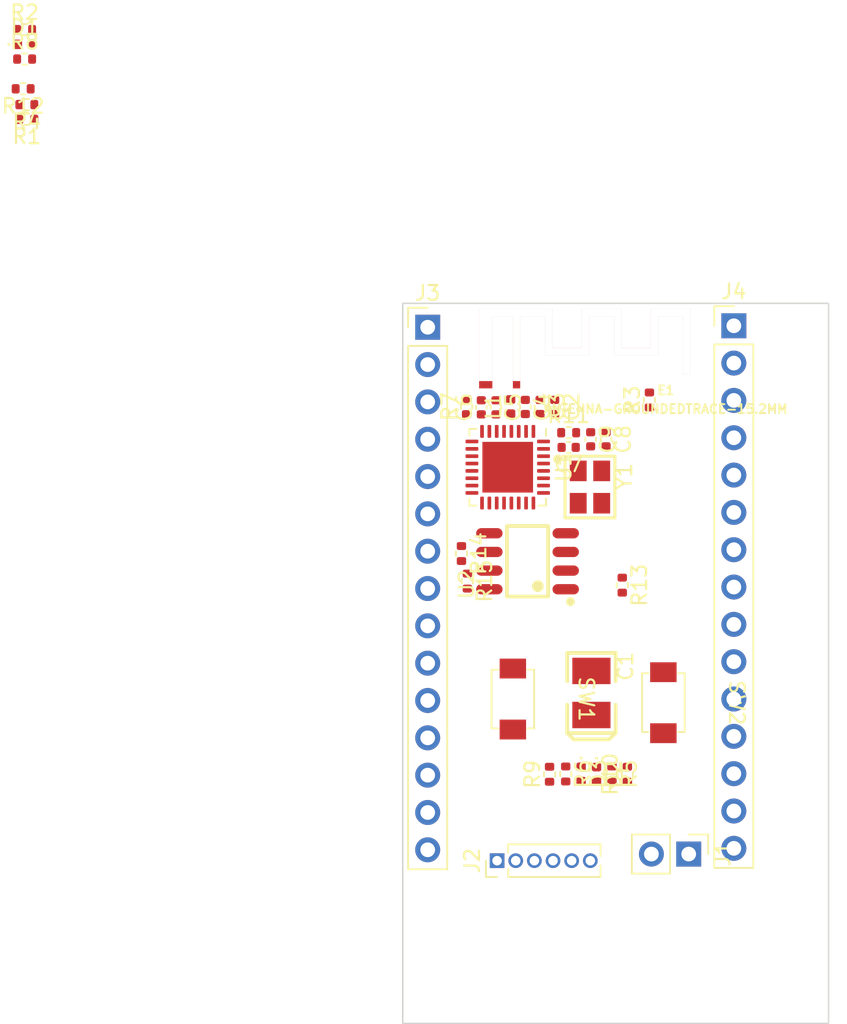
<source format=kicad_pcb>
(kicad_pcb (version 20211014) (generator pcbnew)
  (layers (0 "F.Cu" signal) (1 "In1.Cu" signal) (2 "In2.Cu" signal) (31 "B.Cu" signal) (34 "B.Paste" user) (35 "F.Paste" user) (36 "B.SilkS" user "B.Silkscreen") (37 "F.SilkS" user "F.Silkscreen") (38 "B.Mask" user) (39 "F.Mask" user) (44 "Edge.Cuts" user))
  (net 0 "")
  (net 1 "+3V3")
  (net 2 "GND")
  (net 3 "Net-(C5-Pad1)")
  (net 4 "Net-(C5-Pad2)")
  (net 5 "/RST")
  (net 6 "Net-(C8-Pad2)")
  (net 7 "Net-(C9-Pad2)")
  (net 8 "/GPIO16")
  (net 9 "Net-(D1-Pad2)")
  (net 10 "/TXD")
  (net 11 "Net-(D2-Pad2)")
  (net 12 "/RXD")
  (net 13 "Net-(D3-Pad2)")
  (net 14 "/GPIO0")
  (net 15 "/ADC_IN")
  (net 18 "/SD3{slash}CS")
  (net 19 "/SD2{slash}GPIO9")
  (net 20 "/SD1{slash}INT")
  (net 21 "/CMD{slash}MOSI")
  (net 22 "/SD0{slash}MISO")
  (net 23 "/SCLK")
  (net 24 "/CHIP_PU")
  (net 25 "/GPIO5")
  (net 26 "/GPIO4")
  (net 27 "/GPIO2")
  (net 28 "/MTMS")
  (net 29 "/MTDI")
  (net 30 "/MTCK")
  (net 31 "/MTDO")
  (net 32 "/RXD0")
  (net 33 "Net-(R3-Pad2)")
  (net 34 "Net-(R8-Pad2)")
  (net 35 "/nRST")
  (net 36 "Net-(R10-Pad2)")
  (net 37 "Net-(R13-Pad1)")
  (net 38 "Net-(R14-Pad1)")
  (net 39 "Net-(R15-Pad1)")
  (net 41 "/TXD0")
  (footprint "Resistor_SMD:R_0402_1005Metric" (layer "F.Cu") (at 127 137.8175 90)
    (fp_text reference "R9" (at 0 -1.17 90) (layer "F.SilkS"))
    (fp_text value "470")
    (fp_line (start -0.153641 0.38) (end 0.153641 0.38) (layer "F.SilkS") (width 0.12))
    (fp_line (start -0.153641 -0.38) (end 0.153641 -0.38) (layer "F.SilkS") (width 0.12))
    (pad "1" smd roundrect (at -0.51 0 90) (size 0.54 0.64) (layers "F.Cu" "F.Paste" "F.Mask") (net 35 "/nRST"))
    (pad "2" smd roundrect (at 0.51 0 90) (size 0.54 0.64) (layers "F.Cu" "F.Paste" "F.Mask") (net 34 "Net-(R8-Pad2)"))
  )
  (footprint "Inductor_SMD:L_0402_1005Metric" (layer "F.Cu") (at 124.35 112.8 90)
    (fp_text reference "L1" (at 0 -1.17 90) (layer "F.SilkS"))
    (fp_text value "1.5nH")
    (pad "1" smd roundrect (at -0.485 0 90) (size 0.59 0.64) (layers "F.Cu" "F.Paste" "F.Mask") (net 4 "Net-(C5-Pad2)"))
    (pad "2" smd roundrect (at 0.485 0 90) (size 0.59 0.64) (layers "F.Cu" "F.Paste" "F.Mask") (net 2 "GND"))
  )
  (footprint "Resistor_SMD:R_0402_1005Metric" (layer "F.Cu") (at 91.25 89.15)
    (fp_text reference "R8" (at 0 -1.17) (layer "F.SilkS"))
    (fp_text value "0")
    (fp_line (start -0.153641 0.38) (end 0.153641 0.38) (layer "F.SilkS") (width 0.12))
    (fp_line (start -0.153641 -0.38) (end 0.153641 -0.38) (layer "F.SilkS") (width 0.12))
    (pad "1" smd roundrect (at -0.51 0) (size 0.54 0.64) (layers "F.Cu" "F.Paste" "F.Mask") (net 8 "/GPIO16"))
    (pad "2" smd roundrect (at 0.51 0) (size 0.54 0.64) (layers "F.Cu" "F.Paste" "F.Mask") (net 34 "Net-(R8-Pad2)"))
  )
  (footprint "LED_SMD:LED_0402_1005Metric" (layer "F.Cu") (at 130.2 137.8175 -90)
    (fp_text reference "D2" (at 0 -1.17 90) (layer "F.SilkS"))
    (fp_text value "TXD")
    (fp_circle (center -1.09 0) (end -1.04 0) (layer "F.SilkS") (width 0.1) (fill none))
    (pad "1" smd roundrect (at -0.485 0 270) (size 0.59 0.64) (layers "F.Cu" "F.Paste" "F.Mask") (net 10 "/TXD"))
    (pad "2" smd roundrect (at 0.485 0 270) (size 0.59 0.64) (layers "F.Cu" "F.Paste" "F.Mask") (net 11 "Net-(D2-Pad2)"))
  )
  (footprint "Package_DFN_QFN:QFN-32-1EP_5x5mm_P0.5mm_EP3.45x3.45mm" (layer "F.Cu") (at 124.15 116.925 -90)
    (fp_text reference "U1" (at 0 -3.82 90) (layer "F.SilkS"))
    (fp_text value "ESP8266EX")
    (fp_line (start 2.61 2.61) (end 2.61 2.135) (layer "F.SilkS") (width 0.12))
    (fp_line (start 2.135 -2.61) (end 2.61 -2.61) (layer "F.SilkS") (width 0.12))
    (fp_line (start -2.135 -2.61) (end -2.61 -2.61) (layer "F.SilkS") (width 0.12))
    (fp_line (start 2.61 -2.61) (end 2.61 -2.135) (layer "F.SilkS") (width 0.12))
    (fp_line (start 2.135 2.61) (end 2.61 2.61) (layer "F.SilkS") (width 0.12))
    (fp_line (start -2.61 2.61) (end -2.61 2.135) (layer "F.SilkS") (width 0.12))
    (fp_line (start -2.135 2.61) (end -2.61 2.61) (layer "F.SilkS") (width 0.12))
    (pad "1" smd roundrect (at -2.4375 -1.75 270) (size 0.875 0.25) (layers "F.Cu" "F.Paste" "F.Mask") (net 1 "+3V3"))
    (pad "2" smd roundrect (at -2.4375 -1.25 270) (size 0.875 0.25) (layers "F.Cu" "F.Paste" "F.Mask") (net 4 "Net-(C5-Pad2)"))
    (pad "3" smd roundrect (at -2.4375 -0.75 270) (size 0.875 0.25) (layers "F.Cu" "F.Paste" "F.Mask") (net 1 "+3V3"))
    (pad "4" smd roundrect (at -2.4375 -0.25 270) (size 0.875 0.25) (layers "F.Cu" "F.Paste" "F.Mask") (net 1 "+3V3"))
    (pad "5" smd roundrect (at -2.4375 0.25 270) (size 0.875 0.25) (layers "F.Cu" "F.Paste" "F.Mask"))
    (pad "6" smd roundrect (at -2.4375 0.75 270) (size 0.875 0.25) (layers "F.Cu" "F.Paste" "F.Mask") (net 15 "/ADC_IN"))
    (pad "7" smd roundrect (at -2.4375 1.25 270) (size 0.875 0.25) (layers "F.Cu" "F.Paste" "F.Mask") (net 24 "/CHIP_PU"))
    (pad "8" smd roundrect (at -2.4375 1.75 270) (size 0.875 0.25) (layers "F.Cu" "F.Paste" "F.Mask") (net 8 "/GPIO16"))
    (pad "9" smd roundrect (at -1.75 2.4375 270) (size 0.25 0.875) (layers "F.Cu" "F.Paste" "F.Mask") (net 28 "/MTMS"))
    (pad "10" smd roundrect (at -1.25 2.4375 270) (size 0.25 0.875) (layers "F.Cu" "F.Paste" "F.Mask") (net 29 "/MTDI"))
    (pad "11" smd roundrect (at -0.75 2.4375 270) (size 0.25 0.875) (layers "F.Cu" "F.Paste" "F.Mask") (net 1 "+3V3"))
    (pad "12" smd roundrect (at -0.25 2.4375 270) (size 0.25 0.875) (layers "F.Cu" "F.Paste" "F.Mask") (net 30 "/MTCK"))
    (pad "13" smd roundrect (at 0.25 2.4375 270) (size 0.25 0.875) (layers "F.Cu" "F.Paste" "F.Mask") (net 31 "/MTDO"))
    (pad "14" smd roundrect (at 0.75 2.4375 270) (size 0.25 0.875) (layers "F.Cu" "F.Paste" "F.Mask") (net 27 "/GPIO2"))
    (pad "15" smd roundrect (at 1.25 2.4375 270) (size 0.25 0.875) (layers "F.Cu" "F.Paste" "F.Mask") (net 14 "/GPIO0"))
    (pad "16" smd roundrect (at 1.75 2.4375 270) (size 0.25 0.875) (layers "F.Cu" "F.Paste" "F.Mask") (net 26 "/GPIO4"))
    (pad "17" smd roundrect (at 2.4375 1.75 270) (size 0.875 0.25) (layers "F.Cu" "F.Paste" "F.Mask") (net 1 "+3V3"))
    (pad "18" smd roundrect (at 2.4375 1.25 270) (size 0.875 0.25) (layers "F.Cu" "F.Paste" "F.Mask") (net 19 "/SD2{slash}GPIO9"))
    (pad "19" smd roundrect (at 2.4375 0.75 270) (size 0.875 0.25) (layers "F.Cu" "F.Paste" "F.Mask") (net 18 "/SD3{slash}CS"))
    (pad "20" smd roundrect (at 2.4375 0.25 270) (size 0.875 0.25) (layers "F.Cu" "F.Paste" "F.Mask") (net 21 "/CMD{slash}MOSI"))
    (pad "21" smd roundrect (at 2.4375 -0.25 270) (size 0.875 0.25) (layers "F.Cu" "F.Paste" "F.Mask") (net 23 "/SCLK"))
    (pad "22" smd roundrect (at 2.4375 -0.75 270) (size 0.875 0.25) (layers "F.Cu" "F.Paste" "F.Mask") (net 22 "/SD0{slash}MISO"))
    (pad "23" smd roundrect (at 2.4375 -1.25 270) (size 0.875 0.25) (layers "F.Cu" "F.Paste" "F.Mask") (net 20 "/SD1{slash}INT"))
    (pad "24" smd roundrect (at 2.4375 -1.75 270) (size 0.875 0.25) (layers "F.Cu" "F.Paste" "F.Mask") (net 25 "/GPIO5"))
    (pad "25" smd roundrect (at 1.75 -2.4375 270) (size 0.25 0.875) (layers "F.Cu" "F.Paste" "F.Mask") (net 32 "/RXD0"))
    (pad "26" smd roundrect (at 1.25 -2.4375 270) (size 0.25 0.875) (layers "F.Cu" "F.Paste" "F.Mask") (net 41 "/TXD0"))
    (pad "27" smd roundrect (at 0.75 -2.4375 270) (size 0.25 0.875) (layers "F.Cu" "F.Paste" "F.Mask") (net 6 "Net-(C8-Pad2)"))
    (pad "28" smd roundrect (at 0.25 -2.4375 270) (size 0.25 0.875) (layers "F.Cu" "F.Paste" "F.Mask") (net 7 "Net-(C9-Pad2)"))
    (pad "29" smd roundrect (at -0.25 -2.4375 270) (size 0.25 0.875) (layers "F.Cu" "F.Paste" "F.Mask") (net 1 "+3V3"))
    (pad "30" smd roundrect (at -0.75 -2.4375 270) (size 0.25 0.875) (layers "F.Cu" "F.Paste" "F.Mask") (net 1 "+3V3"))
    (pad "31" smd roundrect (at -1.25 -2.4375 270) (size 0.25 0.875) (layers "F.Cu" "F.Paste" "F.Mask") (net 33 "Net-(R3-Pad2)"))
    (pad "32" smd roundrect (at -1.75 -2.4375 270) (size 0.25 0.875) (layers "F.Cu" "F.Paste" "F.Mask") (net 5 "/RST"))
    (pad "33" smd rect (at 0 0 270) (size 3.45 3.45) (layers "F.Cu" "F.Mask") (net 2 "GND"))
  )
  (footprint "Resistor_SMD:R_0402_1005Metric" (layer "F.Cu") (at 131.25 137.8 -90)
    (fp_text reference "R5" (at 0 -1.17 90) (layer "F.SilkS"))
    (fp_text value "1k")
    (fp_line (start -0.153641 0.38) (end 0.153641 0.38) (layer "F.SilkS") (width 0.12))
    (fp_line (start -0.153641 -0.38) (end 0.153641 -0.38) (layer "F.SilkS") (width 0.12))
    (pad "1" smd roundrect (at -0.51 0 270) (size 0.54 0.64) (layers "F.Cu" "F.Paste" "F.Mask") (net 1 "+3V3"))
    (pad "2" smd roundrect (at 0.51 0 270) (size 0.54 0.64) (layers "F.Cu" "F.Paste" "F.Mask") (net 11 "Net-(D2-Pad2)"))
  )
  (footprint "Capacitor_SMD:C_0402_1005Metric" (layer "F.Cu") (at 127.35 112.825 -90)
    (fp_text reference "C2" (at 0 -1.16 90) (layer "F.SilkS"))
    (fp_text value "1uF")
    (fp_line (start -0.107836 -0.36) (end 0.107836 -0.36) (layer "F.SilkS") (width 0.12))
    (fp_line (start -0.107836 0.36) (end 0.107836 0.36) (layer "F.SilkS") (width 0.12))
    (pad "1" smd roundrect (at -0.48 0 270) (size 0.56 0.62) (layers "F.Cu" "F.Paste" "F.Mask") (net 2 "GND"))
    (pad "2" smd roundrect (at 0.48 0 270) (size 0.56 0.62) (layers "F.Cu" "F.Paste" "F.Mask") (net 1 "+3V3"))
  )
  (footprint "Capacitor_SMD:C_0402_1005Metric" (layer "F.Cu") (at 128.3 115.575 180)
    (fp_text reference "C7" (at 0 -1.16) (layer "F.SilkS"))
    (fp_text value "470pf")
    (fp_line (start -0.107836 0.36) (end 0.107836 0.36) (layer "F.SilkS") (width 0.12))
    (fp_line (start -0.107836 -0.36) (end 0.107836 -0.36) (layer "F.SilkS") (width 0.12))
    (pad "1" smd roundrect (at -0.48 0 180) (size 0.56 0.62) (layers "F.Cu" "F.Paste" "F.Mask") (net 2 "GND"))
    (pad "2" smd roundrect (at 0.48 0 180) (size 0.56 0.62) (layers "F.Cu" "F.Paste" "F.Mask") (net 5 "/RST"))
  )
  (footprint "Resistor_SMD:R_0402_1005Metric" (layer "F.Cu") (at 128.3 114.575)
    (fp_text reference "R11" (at 0 -1.17) (layer "F.SilkS"))
    (fp_text value "12K")
    (fp_line (start -0.153641 -0.38) (end 0.153641 -0.38) (layer "F.SilkS") (width 0.12))
    (fp_line (start -0.153641 0.38) (end 0.153641 0.38) (layer "F.SilkS") (width 0.12))
    (pad "1" smd roundrect (at -0.51 0) (size 0.54 0.64) (layers "F.Cu" "F.Paste" "F.Mask") (net 5 "/RST"))
    (pad "2" smd roundrect (at 0.51 0) (size 0.54 0.64) (layers "F.Cu" "F.Paste" "F.Mask") (net 1 "+3V3"))
  )
  (footprint "Connector_PinHeader_2.54mm:PinHeader_1x15_P2.54mm_Vertical" (layer "F.Cu") (at 139.55 107.3)
    (fp_text reference "J4" (at 0 -2.33) (layer "F.SilkS"))
    (fp_text value "Conn_01x15_Female")
    (fp_line (start -1.33 0) (end -1.33 -1.33) (layer "F.SilkS") (width 0.12))
    (fp_line (start -1.33 36.89) (end 1.33 36.89) (layer "F.SilkS") (width 0.12))
    (fp_line (start -1.33 1.27) (end 1.33 1.27) (layer "F.SilkS") (width 0.12))
    (fp_line (start -1.33 1.27) (end -1.33 36.89) (layer "F.SilkS") (width 0.12))
    (fp_line (start -1.33 -1.33) (end 0 -1.33) (layer "F.SilkS") (width 0.12))
    (fp_line (start 1.33 1.27) (end 1.33 36.89) (layer "F.SilkS") (width 0.12))
    (pad "1" thru_hole rect (at 0 0) (size 1.7 1.7) (drill 1) (layers *.Cu *.Mask) (net 8 "/GPIO16"))
    (pad "2" thru_hole oval (at 0 2.54) (size 1.7 1.7) (drill 1) (layers *.Cu *.Mask) (net 25 "/GPIO5"))
    (pad "3" thru_hole oval (at 0 5.08) (size 1.7 1.7) (drill 1) (layers *.Cu *.Mask) (net 26 "/GPIO4"))
    (pad "4" thru_hole oval (at 0 7.62) (size 1.7 1.7) (drill 1) (layers *.Cu *.Mask) (net 14 "/GPIO0"))
    (pad "5" thru_hole oval (at 0 10.16) (size 1.7 1.7) (drill 1) (layers *.Cu *.Mask) (net 27 "/GPIO2"))
    (pad "6" thru_hole oval (at 0 12.7) (size 1.7 1.7) (drill 1) (layers *.Cu *.Mask) (net 2 "GND"))
    (pad "7" thru_hole oval (at 0 15.24) (size 1.7 1.7) (drill 1) (layers *.Cu *.Mask) (net 1 "+3V3"))
    (pad "8" thru_hole oval (at 0 17.78) (size 1.7 1.7) (drill 1) (layers *.Cu *.Mask) (net 28 "/MTMS"))
    (pad "9" thru_hole oval (at 0 20.32) (size 1.7 1.7) (drill 1) (layers *.Cu *.Mask) (net 29 "/MTDI"))
    (pad "10" thru_hole oval (at 0 22.86) (size 1.7 1.7) (drill 1) (layers *.Cu *.Mask) (net 30 "/MTCK"))
    (pad "11" thru_hole oval (at 0 25.4) (size 1.7 1.7) (drill 1) (layers *.Cu *.Mask) (net 31 "/MTDO"))
    (pad "12" thru_hole oval (at 0 27.94) (size 1.7 1.7) (drill 1) (layers *.Cu *.Mask) (net 32 "/RXD0"))
    (pad "13" thru_hole oval (at 0 30.48) (size 1.7 1.7) (drill 1) (layers *.Cu *.Mask) (net 41 "/TXD0"))
    (pad "14" thru_hole oval (at 0 33.02) (size 1.7 1.7) (drill 1) (layers *.Cu *.Mask) (net 2 "GND"))
    (pad "15" thru_hole oval (at 0 35.56) (size 1.7 1.7) (drill 1) (layers *.Cu *.Mask) (net 1 "+3V3"))
  )
  (footprint "RF1:TRACE_ANTENNA_2.4GHZ_15.2MM" (layer "F.Cu") (at 124.75039 111.0622)
    (fp_text reference "E1" (at 10.16 0.635) (layer "F.SilkS") (effects (font (size 0.6096 0.6096) (thickness 0.127))))
    (fp_text value "ANTENNA-GROUNDEDTRACE-15.2MM" (at 10.16 1.905) (layer "F.SilkS") (effects (font (size 0.6096 0.6096) (thickness 0.127))))
    (fp_line (start 4.44754 -2.25806) (end 4.44754 -4.89966) (layer "F.Cu") (width 0.00254))
    (fp_line (start 2.44856 -4.89966) (end 2.44856 -2.25806) (layer "F.Cu") (width 0.00254))
    (fp_line (start 1.94818 -1.75768) (end 1.94818 -4.39928) (layer "F.Cu") (width 0.00254))
    (fp_line (start 1.94818 -4.39928) (end 0.24892 -4.39928) (layer "F.Cu") (width 0.00254))
    (fp_line (start 4.94792 -4.39928) (end 4.94792 -1.75768) (layer "F.Cu") (width 0.00254))
    (fp_line (start 7.14756 -4.89966) (end 7.14756 -2.25806) (layer "F.Cu") (width 0.00254))
    (fp_line (start 11.34872 -0.45974) (end 11.34872 -4.39928) (layer "F.Cu") (width 0.00254))
    (fp_line (start -1.64846 -4.39928) (end -1.64846 0.49784) (layer "F.Cu") (width 0.00254))
    (fp_line (start 11.8491 -0.45974) (end 11.34872 -0.45974) (layer "F.Cu") (width 0.00254))
    (fp_line (start 11.34872 -4.39928) (end 9.64946 -4.39928) (layer "F.Cu") (width 0.00254))
    (fp_line (start 6.64972 -4.39928) (end 4.94792 -4.39928) (layer "F.Cu") (width 0.00254))
    (fp_line (start 6.64972 -1.75768) (end 6.64972 -4.39928) (layer "F.Cu") (width 0.00254))
    (fp_line (start -1.64846 0.49784) (end -2.54762 0.49784) (layer "F.Cu") (width 0.00254))
    (fp_line (start 9.64946 -4.39928) (end 9.64946 -1.75768) (layer "F.Cu") (width 0.00254))
    (fp_line (start 0.24892 0.49784) (end -0.24892 0.49784) (layer "F.Cu") (width 0.00254))
    (fp_line (start 9.64946 -1.75768) (end 6.64972 -1.75768) (layer "F.Cu") (width 0.00254))
    (fp_line (start 7.14756 -2.25806) (end 9.14908 -2.25806) (layer "F.Cu") (width 0.00254))
    (fp_line (start 0.24892 -4.39928) (end 0.24892 0.49784) (layer "F.Cu") (width 0.00254))
    (fp_line (start 4.94792 -1.75768) (end 1.94818 -1.75768) (layer "F.Cu") (width 0.00254))
    (fp_line (start 9.14908 -4.89966) (end 11.8491 -4.89966) (layer "F.Cu") (width 0.00254))
    (fp_line (start -0.24892 -4.39928) (end -1.64846 -4.39928) (layer "F.Cu") (width 0.00254))
    (fp_line (start 2.44856 -2.25806) (end 4.44754 -2.25806) (layer "F.Cu") (width 0.00254))
    (fp_line (start 11.8491 -4.89966) (end 11.8491 -0.45974) (layer "F.Cu") (width 0.00254))
    (fp_line (start 4.44754 -4.89966) (end 7.14756 -4.89966) (layer "F.Cu") (width 0.00254))
    (fp_line (start -0.24892 0.49784) (end -0.24892 -4.39928) (layer "F.Cu") (width 0.00254))
    (fp_line (start -2.54762 0.49784) (end -2.54762 -4.89966) (layer "F.Cu") (width 0.00254))
    (fp_line (start 9.14908 -2.25806) (end 9.14908 -4.89966) (layer "F.Cu") (width 0.00254))
    (fp_line (start -2.54762 -4.89966) (end 2.44856 -4.89966) (layer "F.Cu") (width 0.00254))
    (pad "ANT" smd rect locked (at 0 0.24892) (size 0.49784 0.49784) (layers "F.Cu" "F.Paste" "F.Mask") (net 3 "Net-(C5-Pad1)"))
    (pad "GND" smd rect locked (at -2.09804 0.24892) (size 0.89916 0.49784) (layers "F.Cu" "F.Paste" "F.Mask") (net 2 "GND"))
  )
  (footprint "Resistor_SMD:R_0402_1005Metric" (layer "F.Cu") (at 121 122.8 -90)
    (fp_text reference "R14" (at 0 -1.17 90) (layer "F.SilkS"))
    (fp_text value "10K")
    (fp_line (start -0.153641 0.38) (end 0.153641 0.38) (layer "F.SilkS") (width 0.12))
    (fp_line (start -0.153641 -0.38) (end 0.153641 -0.38) (layer "F.SilkS") (width 0.12))
    (pad "1" smd roundrect (at -0.51 0 270) (size 0.54 0.64) (layers "F.Cu" "F.Paste" "F.Mask") (net 38 "Net-(R14-Pad1)"))
    (pad "2" smd roundrect (at 0.51 0 270) (size 0.54 0.64) (layers "F.Cu" "F.Paste" "F.Mask") (net 1 "+3V3"))
  )
  (footprint "My-lib:Button_SMD,3x4x2mm" (layer "F.Cu") (at 134.75 132.95 -90)
    (fp_text reference "SW2" (at 0 -5 -90 unlocked) (layer "F.SilkS"))
    (fp_text value "Flash")
    (fp_line (start 2 1) (end 2 1.45) (layer "F.SilkS") (width 0.12))
    (fp_line (start -2 -1) (end -2 -1.45) (layer "F.SilkS") (width 0.12))
    (fp_line (start 2 1.45) (end -2 1.45) (layer "F.SilkS") (width 0.12))
    (fp_line (start 2 -1.45) (end 2 -1) (layer "F.SilkS") (width 0.12))
    (fp_line (start -2 -1.45) (end 2 -1.45) (layer "F.SilkS") (width 0.12))
    (fp_line (start -2 1.45) (end -2 1) (layer "F.SilkS") (width 0.12))
    (pad "1" smd rect (at -2.075 0 270) (size 1.35 1.8) (property pad_prop_bga) (layers "F.Cu" "F.Paste" "F.Mask") (net 36 "Net-(R10-Pad2)"))
    (pad "2" smd rect (at 2.075 0 270) (size 1.35 1.8) (property pad_prop_bga) (layers "F.Cu" "F.Paste" "F.Mask") (net 2 "GND"))
  )
  (footprint "Resistor_SMD:R_0402_1005Metric" (layer "F.Cu") (at 131.95 124.95 -90)
    (fp_text reference "R13" (at 0 -1.17 90) (layer "F.SilkS"))
    (fp_text value "10K")
    (fp_line (start -0.153641 0.38) (end 0.153641 0.38) (layer "F.SilkS") (width 0.12))
    (fp_line (start -0.153641 -0.38) (end 0.153641 -0.38) (layer "F.SilkS") (width 0.12))
    (pad "1" smd roundrect (at -0.51 0 270) (size 0.54 0.64) (layers "F.Cu" "F.Paste" "F.Mask") (net 37 "Net-(R13-Pad1)"))
    (pad "2" smd roundrect (at 0.51 0 270) (size 0.54 0.64) (layers "F.Cu" "F.Paste" "F.Mask") (net 1 "+3V3"))
  )
  (footprint "Capacitor_SMD:C_0402_1005Metric" (layer "F.Cu") (at 126.35 112.825 -90)
    (fp_text reference "C3" (at 0 -1.16 90) (layer "F.SilkS"))
    (fp_text value "10uF")
    (fp_line (start -0.107836 0.36) (end 0.107836 0.36) (layer "F.SilkS") (width 0.12))
    (fp_line (start -0.107836 -0.36) (end 0.107836 -0.36) (layer "F.SilkS") (width 0.12))
    (pad "1" smd roundrect (at -0.48 0 270) (size 0.56 0.62) (layers "F.Cu" "F.Paste" "F.Mask") (net 2 "GND"))
    (pad "2" smd roundrect (at 0.48 0 270) (size 0.56 0.62) (layers "F.Cu" "F.Paste" "F.Mask") (net 1 "+3V3"))
  )
  (footprint "Resistor_SMD:R_0402_1005Metric" (layer "F.Cu") (at 133.8 112.35 90)
    (fp_text reference "R3" (at 0 -1.17 90) (layer "F.SilkS"))
    (fp_text value "12K")
    (fp_line (start -0.153641 0.38) (end 0.153641 0.38) (layer "F.SilkS") (width 0.12))
    (fp_line (start -0.153641 -0.38) (end 0.153641 -0.38) (layer "F.SilkS") (width 0.12))
    (pad "1" smd roundrect (at -0.51 0 90) (size 0.54 0.64) (layers "F.Cu" "F.Paste" "F.Mask") (net 2 "GND"))
    (pad "2" smd roundrect (at 0.51 0 90) (size 0.54 0.64) (layers "F.Cu" "F.Paste" "F.Mask") (net 33 "Net-(R3-Pad2)"))
  )
  (footprint "lc_lib:CASE-B_3528" (layer "F.Cu") (at 129.85 132.2875 -90)
    (fp_text reference "C1" (at -1.800219 -2.326276 90) (layer "F.SilkS"))
    (fp_text value "100uf")
    (fp_line (start -2.727 1.65) (end -0.8 1.65) (layer "F.SilkS") (width 0.254))
    (fp_line (start -2.727 -1.65) (end -0.8 -1.65) (layer "F.SilkS") (width 0.254))
    (fp_line (start 2.727 1.65) (end 3.163 1.2) (layer "F.SilkS") (width 0.254))
    (fp_line (start -2.727 1.65) (end -2.727 -1.65) (layer "F.SilkS") (width 0.254))
    (fp_line (start 0.8 -1.65) (end 2.727 -1.65) (layer "F.SilkS") (width 0.254))
    (fp_line (start 2.727 1.65) (end 2.727 -1.65) (layer "F.SilkS") (width 0.254))
    (fp_line (start 2.727 -1.65) (end 3.163 -1.2) (layer "F.SilkS") (width 0.254))
    (fp_line (start 0.8 1.65) (end 2.727 1.65) (layer "F.SilkS") (width 0.254))
    (fp_line (start 3.163 1.2) (end 3.163 -1.2) (layer "F.SilkS") (width 0.254))
    (pad "1" smd rect locked (at 1.5 0 90) (size 1.8 2.6) (layers "F.Cu" "F.Paste" "F.Mask") (net 1 "+3V3"))
    (pad "2" smd rect locked (at -1.5 0 90) (size 1.8 2.6) (layers "F.Cu" "F.Paste" "F.Mask") (net 2 "GND"))
  )
  (footprint "Capacitor_SMD:C_0402_1005Metric" (layer "F.Cu") (at 129.8 115.025 -90)
    (fp_text reference "C9" (at 0 -1.16 90) (layer "F.SilkS"))
    (fp_text value "10pF")
    (fp_line (start -0.107836 0.36) (end 0.107836 0.36) (layer "F.SilkS") (width 0.12))
    (fp_line (start -0.107836 -0.36) (end 0.107836 -0.36) (layer "F.SilkS") (width 0.12))
    (pad "1" smd roundrect (at -0.48 0 270) (size 0.56 0.62) (layers "F.Cu" "F.Paste" "F.Mask") (net 2 "GND"))
    (pad "2" smd roundrect (at 0.48 0 270) (size 0.56 0.62) (layers "F.Cu" "F.Paste" "F.Mask") (net 7 "Net-(C9-Pad2)"))
  )
  (footprint "lc_lib:SOP-8_150MIL" (layer "F.Cu") (at 125.5 123.325 90)
    (fp_text reference "U2" (at -1.573619 -4.150876 90) (layer "F.SilkS"))
    (fp_text value "Flash_SOP-8_150mil")
    (fp_line (start -2.4 1.4) (end -2.4 -1.4) (layer "F.SilkS") (width 0.254))
    (fp_line (start -2.4 -1.4) (end 2.4 -1.4) (layer "F.SilkS") (width 0.254))
    (fp_line (start 2.4 1.4) (end 2.4 -1.4) (layer "F.SilkS") (width 0.254))
    (fp_line (start -2.4 1.4) (end 2.4 1.4) (layer "F.SilkS") (width 0.254))
    (fp_circle (center -2.75 2.925) (end -2.6 2.925) (layer "F.SilkS") (width 0.3) (fill none))
    (fp_circle (center -1.7 0.7) (end -1.5 0.7) (layer "F.SilkS") (width 0.4) (fill none))
    (pad "1" smd oval locked (at -1.905 2.6 270) (size 0.7 1.8) (layers "F.Cu" "F.Paste" "F.Mask") (net 37 "Net-(R13-Pad1)"))
    (pad "2" smd oval locked (at -0.635 2.6 270) (size 0.7 1.8) (layers "F.Cu" "F.Paste" "F.Mask") (net 30 "/MTCK"))
    (pad "3" smd oval locked (at 0.635 2.6 270) (size 0.7 1.8) (layers "F.Cu" "F.Paste" "F.Mask") (net 29 "/MTDI"))
    (pad "4" smd oval locked (at 1.905 2.6 270) (size 0.7 1.8) (layers "F.Cu" "F.Paste" "F.Mask") (net 2 "GND"))
    (pad "5" smd oval locked (at 1.905 -2.6 270) (size 0.7 1.8) (layers "F.Cu" "F.Paste" "F.Mask") (net 38 "Net-(R14-Pad1)"))
    (pad "6" smd oval locked (at 0.635 -2.6 270) (size 0.7 1.8) (layers "F.Cu" "F.Paste" "F.Mask") (net 31 "/MTDO"))
    (pad "7" smd oval locked (at -0.635 -2.6 270) (size 0.7 1.8) (layers "F.Cu" "F.Paste" "F.Mask") (net 39 "Net-(R15-Pad1)"))
    (pad "8" smd oval locked (at -1.905 -2.6 270) (size 0.7 1.8) (layers "F.Cu" "F.Paste" "F.Mask") (net 1 "+3V3"))
  )
  (footprint "Connector_PinHeader_1.27mm:PinHeader_1x06_P1.27mm_Vertical" (layer "F.Cu") (at 123.425 143.7 90)
    (fp_text reference "J2" (at 0 -1.695 90) (layer "F.SilkS"))
    (fp_text value "TTL")
    (fp_line (start -1.11 0.76) (end -0.563471 0.76) (layer "F.SilkS") (width 0.12))
    (fp_line (start 0.30753 7.045) (end 1.11 7.045) (layer "F.SilkS") (width 0.12))
    (fp_line (start 0.563471 0.76) (end 1.11 0.76) (layer "F.SilkS") (width 0.12))
    (fp_line (start -1.11 0.76) (end -1.11 7.045) (layer "F.SilkS") (width 0.12))
    (fp_line (start -1.11 7.045) (end -0.30753 7.045) (layer "F.SilkS") (width 0.12))
    (fp_line (start -1.11 0) (end -1.11 -0.76) (layer "F.SilkS") (width 0.12))
    (fp_line (start 1.11 0.76) (end 1.11 7.045) (layer "F.SilkS") (width 0.12))
    (fp_line (start -1.11 -0.76) (end 0 -0.76) (layer "F.SilkS") (width 0.12))
    (pad "1" thru_hole rect (at 0 0 90) (size 1 1) (drill 0.65) (layers *.Cu *.Mask) (net 1 "+3V3"))
    (pad "2" thru_hole oval (at 0 1.27 90) (size 1 1) (drill 0.65) (layers *.Cu *.Mask) (net 2 "GND"))
    (pad "3" thru_hole oval (at 0 2.54 90) (size 1 1) (drill 0.65) (layers *.Cu *.Mask) (net 5 "/RST"))
    (pad "4" thru_hole oval (at 0 3.81 90) (size 1 1) (drill 0.65) (layers *.Cu *.Mask) (net 14 "/GPIO0"))
    (pad "5" thru_hole oval (at 0 5.08 90) (size 1 1) (drill 0.65) (layers *.Cu *.Mask) (net 10 "/TXD"))
    (pad "6" thru_hole oval (at 0 6.35 90) (size 1 1) (drill 0.65) (layers *.Cu *.Mask) (net 12 "/RXD"))
  )
  (footprint "LED_SMD:LED_0402_1005Metric" (layer "F.Cu") (at 129.15 137.8 -90)
    (fp_text reference "D3" (at 0 -1.17 90) (layer "F.SilkS"))
    (fp_text value "RXD")
    (fp_circle (center -1.09 0) (end -1.04 0) (layer "F.SilkS") (width 0.1) (fill none))
    (pad "1" smd roundrect (at -0.485 0 270) (size 0.59 0.64) (layers "F.Cu" "F.Paste" "F.Mask") (net 12 "/RXD"))
    (pad "2" smd roundrect (at 0.485 0 270) (size 0.59 0.64) (layers "F.Cu" "F.Paste" "F.Mask") (net 13 "Net-(D3-Pad2)"))
  )
  (footprint "Capacitor_SMD:C_0402_1005Metric" (layer "F.Cu") (at 130.85 115.025 -90)
    (fp_text reference "C8" (at 0 -1.16 90) (layer "F.SilkS"))
    (fp_text value "10pF")
    (fp_line (start -0.107836 -0.36) (end 0.107836 -0.36) (layer "F.SilkS") (width 0.12))
    (fp_line (start -0.107836 0.36) (end 0.107836 0.36) (layer "F.SilkS") (width 0.12))
    (pad "1" smd roundrect (at -0.48 0 270) (size 0.56 0.62) (layers "F.Cu" "F.Paste" "F.Mask") (net 2 "GND"))
    (pad "2" smd roundrect (at 0.48 0 270) (size 0.56 0.62) (layers "F.Cu" "F.Paste" "F.Mask") (net 6 "Net-(C8-Pad2)"))
  )
  (footprint "LED_SMD:LED_0402_1005Metric" (layer "F.Cu") (at 91.2675 88.15)
    (fp_text reference "D1" (at 0 -1.17) (layer "F.SilkS"))
    (fp_text value "3.3")
    (fp_circle (center -1.09 0) (end -1.04 0) (layer "F.SilkS") (width 0.1) (fill none))
    (pad "1" smd roundrect (at -0.485 0) (size 0.59 0.64) (layers "F.Cu" "F.Paste" "F.Mask") (net 8 "/GPIO16"))
    (pad "2" smd roundrect (at 0.485 0) (size 0.59 0.64) (layers "F.Cu" "F.Paste" "F.Mask") (net 9 "Net-(D1-Pad2)"))
  )
  (footprint "Resistor_SMD:R_0402_1005Metric" (layer "F.Cu") (at 91.4 92.25 180)
    (fp_text reference "R4" (at 0 -1.17) (layer "F.SilkS"))
    (fp_text value "12K")
    (fp_line (start -0.153641 0.38) (end 0.153641 0.38) (layer "F.SilkS") (width 0.12))
    (fp_line (start -0.153641 -0.38) (end 0.153641 -0.38) (layer "F.SilkS") (width 0.12))
    (pad "1" smd roundrect (at -0.51 0 180) (size 0.54 0.64) (layers "F.Cu" "F.Paste" "F.Mask") (net 27 "/GPIO2"))
    (pad "2" smd roundrect (at 0.51 0 180) (size 0.54 0.64) (layers "F.Cu" "F.Paste" "F.Mask") (net 1 "+3V3"))
  )
  (footprint "Resistor_SMD:R_0402_1005Metric" (layer "F.Cu") (at 121.4 124.675 -90)
    (fp_text reference "R15" (at 0 -1.17 90) (layer "F.SilkS"))
    (fp_text value "50")
    (fp_line (start -0.153641 0.38) (end 0.153641 0.38) (layer "F.SilkS") (width 0.12))
    (fp_line (start -0.153641 -0.38) (end 0.153641 -0.38) (layer "F.SilkS") (width 0.12))
    (pad "1" smd roundrect (at -0.51 0 270) (size 0.54 0.64) (layers "F.Cu" "F.Paste" "F.Mask") (net 39 "Net-(R15-Pad1)"))
    (pad "2" smd roundrect (at 0.51 0 270) (size 0.54 0.64) (layers "F.Cu" "F.Paste" "F.Mask") (net 28 "/MTMS"))
  )
  (footprint "Capacitor_SMD:C_0402_1005Metric" (layer "F.Cu") (at 123.35 112.85 -90)
    (fp_text reference "C5" (at 0 -1.16 90) (layer "F.SilkS"))
    (fp_text value "8.2pF")
    (fp_line (start -0.107836 -0.36) (end 0.107836 -0.36) (layer "F.SilkS") (width 0.12))
    (fp_line (start -0.107836 0.36) (end 0.107836 0.36) (layer "F.SilkS") (width 0.12))
    (pad "1" smd roundrect (at -0.48 0 270) (size 0.56 0.62) (layers "F.Cu" "F.Paste" "F.Mask") (net 3 "Net-(C5-Pad1)"))
    (pad "2" smd roundrect (at 0.48 0 270) (size 0.56 0.62) (layers "F.Cu" "F.Paste" "F.Mask") (net 4 "Net-(C5-Pad2)"))
  )
  (footprint "My-lib:Button_SMD,3x4x2mm" (layer "F.Cu") (at 124.5 132.7 -90)
    (fp_text reference "SW1" (at 0 -5 -90 unlocked) (layer "F.SilkS"))
    (fp_text value "RST")
    (fp_line (start -2 -1.45) (end 2 -1.45) (layer "F.SilkS") (width 0.12))
    (fp_line (start 2 -1.45) (end 2 -1) (layer "F.SilkS") (width 0.12))
    (fp_line (start 2 1.45) (end -2 1.45) (layer "F.SilkS") (width 0.12))
    (fp_line (start -2 -1) (end -2 -1.45) (layer "F.SilkS") (width 0.12))
    (fp_line (start 2 1) (end 2 1.45) (layer "F.SilkS") (width 0.12))
    (fp_line (start -2 1.45) (end -2 1) (layer "F.SilkS") (width 0.12))
    (pad "1" smd rect (at -2.075 0 270) (size 1.35 1.8) (property pad_prop_bga) (layers "F.Cu" "F.Paste" "F.Mask") (net 34 "Net-(R8-Pad2)"))
    (pad "2" smd rect (at 2.075 0 270) (size 1.35 1.8) (property pad_prop_bga) (layers "F.Cu" "F.Paste" "F.Mask") (net 2 "GND"))
  )
  (footprint "Connector_PinHeader_2.54mm:PinHeader_1x02_P2.54mm_Vertical" (layer "F.Cu") (at 136.475 143.25 -90)
    (fp_text reference "J1" (at 0 -2.33 90) (layer "F.SilkS"))
    (fp_text value "power")
    (fp_line (start -1.33 0) (end -1.33 -1.33) (layer "F.SilkS") (width 0.12))
    (fp_line (start -1.33 3.87) (end 1.33 3.87) (layer "F.SilkS") (width 0.12))
    (fp_line (start -1.33 -1.33) (end 0 -1.33) (layer "F.SilkS") (width 0.12))
    (fp_line (start 1.33 1.27) (end 1.33 3.87) (layer "F.SilkS") (width 0.12))
    (fp_line (start -1.33 1.27) (end 1.33 1.27) (layer "F.SilkS") (width 0.12))
    (fp_line (start -1.33 1.27) (end -1.33 3.87) (layer "F.SilkS") (width 0.12))
    (pad "1" thru_hole rect (at 0 0 270) (size 1.7 1.7) (drill 1) (layers *.Cu *.Mask) (net 1 "+3V3"))
    (pad "2" thru_hole oval (at 0 2.54 270) (size 1.7 1.7) (drill 1) (layers *.Cu *.Mask) (net 2 "GND"))
  )
  (footprint "Capacitor_SMD:C_0402_1005Metric" (layer "F.Cu") (at 125.35 112.825 -90)
    (fp_text reference "C4" (at 0 -1.16 90) (layer "F.SilkS"))
    (fp_text value "0.1uF")
    (fp_line (start -0.107836 0.36) (end 0.107836 0.36) (layer "F.SilkS") (width 0.12))
    (fp_line (start -0.107836 -0.36) (end 0.107836 -0.36) (layer "F.SilkS") (width 0.12))
    (pad "1" smd roundrect (at -0.48 0 270) (size 0.56 0.62) (layers "F.Cu" "F.Paste" "F.Mask") (net 2 "GND"))
    (pad "2" smd roundrect (at 0.48 0 270) (size 0.56 0.62) (layers "F.Cu" "F.Paste" "F.Mask") (net 1 "+3V3"))
  )
  (footprint "Resistor_SMD:R_0402_1005Metric" (layer "F.Cu") (at 132.3 137.8175 90)
    (fp_text reference "R10" (at 0 -1.17 90) (layer "F.SilkS"))
    (fp_text value "470")
    (fp_line (start -0.153641 -0.38) (end 0.153641 -0.38) (layer "F.SilkS") (width 0.12))
    (fp_line (start -0.153641 0.38) (end 0.153641 0.38) (layer "F.SilkS") (width 0.12))
    (pad "1" smd roundrect (at -0.51 0 90) (size 0.54 0.64) (layers "F.Cu" "F.Paste" "F.Mask") (net 14 "/GPIO0"))
    (pad "2" smd roundrect (at 0.51 0 90) (size 0.54 0.64) (layers "F.Cu" "F.Paste" "F.Mask") (net 36 "Net-(R10-Pad2)"))
  )
  (footprint "Capacitor_SMD:C_0402_1005Metric" (layer "F.Cu") (at 122.35 112.85 90)
    (fp_text reference "C6" (at 0 -1.16 90) (layer "F.SilkS"))
    (fp_text value "2.4pF")
    (fp_line (start -0.107836 0.36) (end 0.107836 0.36) (layer "F.SilkS") (width 0.12))
    (fp_line (start -0.107836 -0.36) (end 0.107836 -0.36) (layer "F.SilkS") (width 0.12))
    (pad "1" smd roundrect (at -0.48 0 90) (size 0.56 0.62) (layers "F.Cu" "F.Paste" "F.Mask") (net 2 "GND"))
    (pad "2" smd roundrect (at 0.48 0 90) (size 0.56 0.62) (layers "F.Cu" "F.Paste" "F.Mask") (net 3 "Net-(C5-Pad1)"))
  )
  (footprint "Resistor_SMD:R_0402_1005Metric" (layer "F.Cu") (at 91.15 91.175 180)
    (fp_text reference "R12" (at 0 -1.17) (layer "F.SilkS"))
    (fp_text value "12K")
    (fp_line (start -0.153641 0.38) (end 0.153641 0.38) (layer "F.SilkS") (width 0.12))
    (fp_line (start -0.153641 -0.38) (end 0.153641 -0.38) (layer "F.SilkS") (width 0.12))
    (pad "1" smd roundrect (at -0.51 0 180) (size 0.54 0.64) (layers "F.Cu" "F.Paste" "F.Mask") (net 31 "/MTDO"))
    (pad "2" smd roundrect (at 0.51 0 180) (size 0.54 0.64) (layers "F.Cu" "F.Paste" "F.Mask") (net 2 "GND"))
  )
  (footprint "Resistor_SMD:R_0402_1005Metric" (layer "F.Cu") (at 91.25 87.15)
    (fp_text reference "R2" (at 0 -1.17) (layer "F.SilkS"))
    (fp_text value "470")
    (fp_line (start -0.153641 -0.38) (end 0.153641 -0.38) (layer "F.SilkS") (width 0.12))
    (fp_line (start -0.153641 0.38) (end 0.153641 0.38) (layer "F.SilkS") (width 0.12))
    (pad "1" smd roundrect (at -0.51 0) (size 0.54 0.64) (layers "F.Cu" "F.Paste" "F.Mask") (net 1 "+3V3"))
    (pad "2" smd roundrect (at 0.51 0) (size 0.54 0.64) (layers "F.Cu" "F.Paste" "F.Mask") (net 9 "Net-(D1-Pad2)"))
  )
  (footprint "Resistor_SMD:R_0402_1005Metric" (layer "F.Cu") (at 128.1 137.8 -90)
    (fp_text reference "R6" (at 0 -1.17 90) (layer "F.SilkS"))
    (fp_text value "1k")
    (fp_line (start -0.153641 0.38) (end 0.153641 0.38) (layer "F.SilkS") (width 0.12))
    (fp_line (start -0.153641 -0.38) (end 0.153641 -0.38) (layer "F.SilkS") (width 0.12))
    (pad "1" smd roundrect (at -0.51 0 270) (size 0.54 0.64) (layers "F.Cu" "F.Paste" "F.Mask") (net 1 "+3V3"))
    (pad "2" smd roundrect (at 0.51 0 270) (size 0.54 0.64) (layers "F.Cu" "F.Paste" "F.Mask") (net 13 "Net-(D3-Pad2)"))
  )
  (footprint "Resistor_SMD:R_0402_1005Metric" (layer "F.Cu") (at 91.4 93.25 180)
    (fp_text reference "R1" (at 0 -1.17) (layer "F.SilkS"))
    (fp_text value "12K")
    (fp_line (start -0.153641 -0.38) (end 0.153641 -0.38) (layer "F.SilkS") (width 0.12))
    (fp_line (start -0.153641 0.38) (end 0.153641 0.38) (layer "F.SilkS") (width 0.12))
    (pad "1" smd roundrect (at -0.51 0 180) (size 0.54 0.64) (layers "F.Cu" "F.Paste" "F.Mask") (net 14 "/GPIO0"))
    (pad "2" smd roundrect (at 0.51 0 180) (size 0.54 0.64) (layers "F.Cu" "F.Paste" "F.Mask") (net 1 "+3V3"))
  )
  (footprint "Connector_PinHeader_2.54mm:PinHeader_1x15_P2.54mm_Vertical" (layer "F.Cu") (at 118.7 107.4)
    (fp_text reference "J3" (at 0 -2.33) (layer "F.SilkS"))
    (fp_text value "Conn_01x15_Female")
    (fp_line (start -1.33 36.89) (end 1.33 36.89) (layer "F.SilkS") (width 0.12))
    (fp_line (start -1.33 1.27) (end 1.33 1.27) (layer "F.SilkS") (width 0.12))
    (fp_line (start -1.33 -1.33) (end 0 -1.33) (layer "F.SilkS") (width 0.12))
    (fp_line (start 1.33 1.27) (end 1.33 36.89) (layer "F.SilkS") (width 0.12))
    (fp_line (start -1.33 1.27) (end -1.33 36.89) (layer "F.SilkS") (width 0.12))
    (fp_line (start -1.33 0) (end -1.33 -1.33) (layer "F.SilkS") (width 0.12))
    (pad "1" thru_hole rect (at 0 0) (size 1.7 1.7) (drill 1) (layers *.Cu *.Mask) (net 15 "/ADC_IN"))
    (pad "2" thru_hole oval (at 0 2.54) (size 1.7 1.7) (drill 1) (layers *.Cu *.Mask))
    (pad "3" thru_hole oval (at 0 5.08) (size 1.7 1.7) (drill 1) (layers *.Cu *.Mask))
    (pad "4" thru_hole oval (at 0 7.62) (size 1.7 1.7) (drill 1) (layers *.Cu *.Mask) (net 18 "/SD3{slash}CS"))
    (pad "5" thru_hole oval (at 0 10.16) (size 1.7 1.7) (drill 1) (layers *.Cu *.Mask) (net 19 "/SD2{slash}GPIO9"))
    (pad "6" thru_hole oval (at 0 12.7) (size 1.7 1.7) (drill 1) (layers *.Cu *.Mask) (net 20 "/SD1{slash}INT"))
    (pad "7" thru_hole oval (at 0 15.24) (size 1.7 1.7) (drill 1) (layers *.Cu *.Mask) (net 21 "/CMD{slash}MOSI"))
    (pad "8" thru_hole oval (at 0 17.78) (size 1.7 1.7) (drill 1) (layers *.Cu *.Mask) (net 22 "/SD0{slash}MISO"))
    (pad "9" thru_hole oval (at 0 20.32) (size 1.7 1.7) (drill 1) (layers *.Cu *.Mask) (net 23 "/SCLK"))
    (pad "10" thru_hole oval (at 0 22.86) (size 1.7 1.7) (drill 1) (layers *.Cu *.Mask) (net 2 "GND"))
    (pad "11" thru_hole oval (at 0 25.4) (size 1.7 1.7) (drill 1) (layers *.Cu *.Mask) (net 1 "+3V3"))
    (pad "12" thru_hole oval (at 0 27.94) (size 1.7 1.7) (drill 1) (layers *.Cu *.Mask) (net 24 "/CHIP_PU"))
    (pad "13" thru_hole oval (at 0 30.48) (size 1.7 1.7) (drill 1) (layers *.Cu *.Mask) (net 5 "/RST"))
    (pad "14" thru_hole oval (at 0 33.02) (size 1.7 1.7) (drill 1) (layers *.Cu *.Mask) (net 2 "GND"))
    (pad "15" thru_hole oval (at 0 35.56) (size 1.7 1.7) (drill 1) (layers *.Cu *.Mask) (net 1 "+3V3"))
  )
  (footprint "Resistor_SMD:R_0402_1005Metric" (layer "F.Cu") (at 121.35 112.8 90)
    (fp_text reference "R7" (at 0 -1.17 90) (layer "F.SilkS"))
    (fp_text value "12k")
    (fp_line (start -0.153641 0.38) (end 0.153641 0.38) (layer "F.SilkS") (width 0.12))
    (fp_line (start -0.153641 -0.38) (end 0.153641 -0.38) (layer "F.SilkS") (width 0.12))
    (pad "1" smd roundrect (at -0.51 0 90) (size 0.54 0.64) (layers "F.Cu" "F.Paste" "F.Mask") (net 24 "/CHIP_PU"))
    (pad "2" smd roundrect (at 0.51 0 90) (size 0.54 0.64) (layers "F.Cu" "F.Paste" "F.Mask") (net 1 "+3V3"))
  )
  (footprint "lc_lib:SMD-3225_4P" (layer "F.Cu") (at 129.75 118.275 -90)
    (fp_text reference "Y1" (at -0.725219 -2.350876 90) (layer "F.SilkS"))
    (fp_text value "26MHz")
    (fp_line (start -2.1 -1.7) (end 2.1 -1.7) (layer "F.SilkS") (width 0.2032))
    (fp_line (start 2.1 1.7) (end 2.1 -1.7) (layer "F.SilkS") (width 0.2032))
    (fp_line (start -2.1 1.7) (end -2.1 -1.7) (layer "F.SilkS") (width 0.2032))
    (fp_line (start -2.1 1.7) (end 2.1 1.7) (layer "F.SilkS") (width 0.2032))
    (fp_circle (center -1.9 2.2) (end -1.75 2.2) (layer "F.SilkS") (width 0.3) (fill none))
    (pad "1" smd rect locked (at -1.1 0.8 270) (size 1.4 1.15) (layers "F.Cu" "F.Paste" "F.Mask") (net 7 "Net-(C9-Pad2)"))
    (pad "2" smd rect locked (at 1.1 0.8 270) (size 1.4 1.15) (layers "F.Cu" "F.Paste" "F.Mask") (net 2 "GND"))
    (pad "3" smd rect locked (at 1.1 -0.8 270) (size 1.4 1.15) (layers "F.Cu" "F.Paste" "F.Mask") (net 6 "Net-(C8-Pad2)"))
    (pad "4" smd rect locked (at -1.1 -0.8 270) (size 1.4 1.15) (layers "F.Cu" "F.Paste" "F.Mask") (net 2 "GND"))
  )
  (gr_rect (start 146 105.775) (end 117 154.775) (layer "Edge.Cuts") (width 0.1) (fill none))
)
</source>
